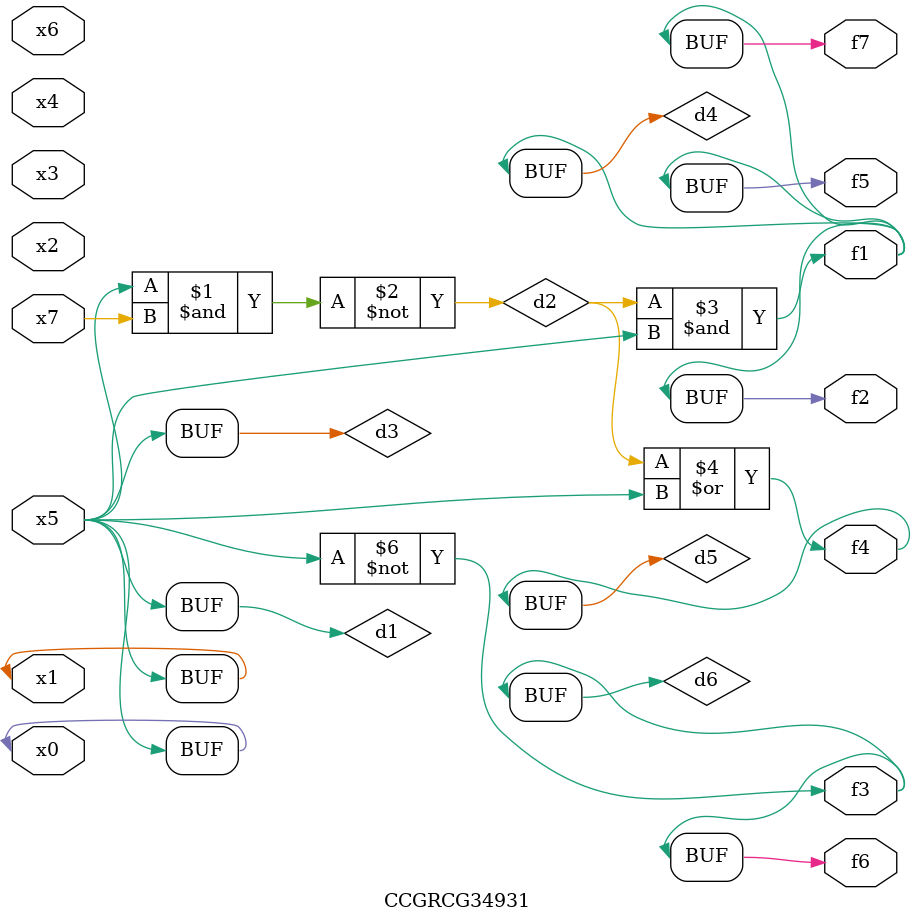
<source format=v>
module CCGRCG34931(
	input x0, x1, x2, x3, x4, x5, x6, x7,
	output f1, f2, f3, f4, f5, f6, f7
);

	wire d1, d2, d3, d4, d5, d6;

	buf (d1, x0, x5);
	nand (d2, x5, x7);
	buf (d3, x0, x1);
	and (d4, d2, d3);
	or (d5, d2, d3);
	nor (d6, d1, d3);
	assign f1 = d4;
	assign f2 = d4;
	assign f3 = d6;
	assign f4 = d5;
	assign f5 = d4;
	assign f6 = d6;
	assign f7 = d4;
endmodule

</source>
